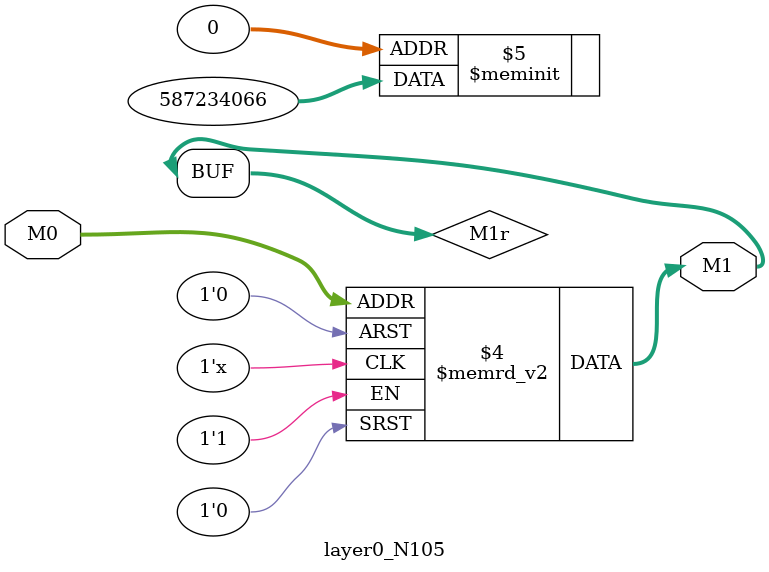
<source format=v>
module layer0_N105 ( input [3:0] M0, output [1:0] M1 );

	(*rom_style = "distributed" *) reg [1:0] M1r;
	assign M1 = M1r;
	always @ (M0) begin
		case (M0)
			4'b0000: M1r = 2'b10;
			4'b1000: M1r = 2'b00;
			4'b0100: M1r = 2'b11;
			4'b1100: M1r = 2'b11;
			4'b0010: M1r = 2'b01;
			4'b1010: M1r = 2'b00;
			4'b0110: M1r = 2'b11;
			4'b1110: M1r = 2'b10;
			4'b0001: M1r = 2'b00;
			4'b1001: M1r = 2'b00;
			4'b0101: M1r = 2'b10;
			4'b1101: M1r = 2'b00;
			4'b0011: M1r = 2'b00;
			4'b1011: M1r = 2'b00;
			4'b0111: M1r = 2'b01;
			4'b1111: M1r = 2'b00;

		endcase
	end
endmodule

</source>
